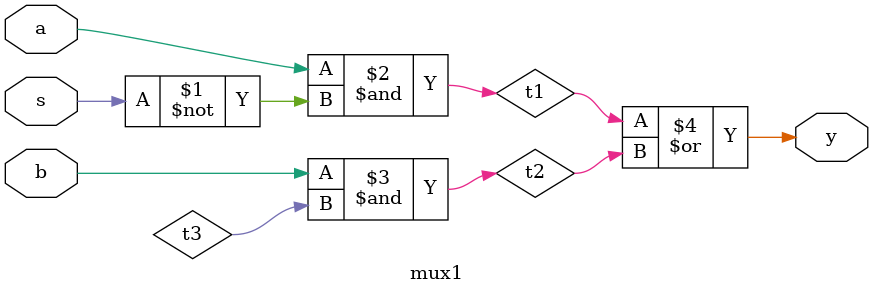
<source format=v>
module mux1(input a,b,s,output y);
    wire t1,t2,t3; // internals decleration.
    // wire[2:0] t;
    //not n1(t3,s);  // by using not premitives.
    //and a1(t1,a,!s); // two type of inverted selection for mux.
    
    and a1 (t1,a,~s);
    and a2 (t2,b,t3);
    or r1 (y,t1,t2);    
endmodule


</source>
